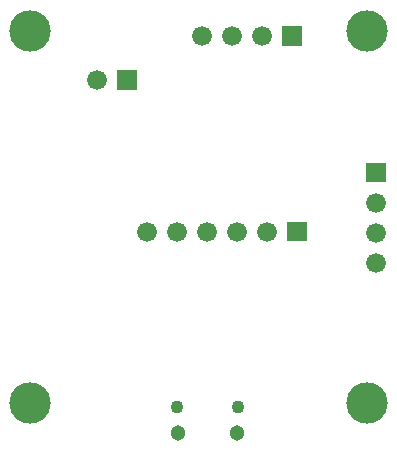
<source format=gbs>
G04 start of page 9 for group -4062 idx -4062 *
G04 Title: SAP, soldermask *
G04 Creator: pcb 4.0.2 *
G04 CreationDate: Sat Jan 19 10:52:36 2019 UTC *
G04 For: phil *
G04 Format: Gerber/RS-274X *
G04 PCB-Dimensions (mil): 1811.02 1574.80 *
G04 PCB-Coordinate-Origin: lower left *
%MOIN*%
%FSLAX25Y25*%
%LNGBS*%
%ADD65C,0.0513*%
%ADD64C,0.0434*%
%ADD63C,0.1378*%
%ADD62C,0.0660*%
%ADD61C,0.0001*%
G54D61*G36*
X59613Y133891D02*Y127291D01*
X66213D01*
Y133891D01*
X59613D01*
G37*
G54D62*X52913Y130591D03*
G54D61*G36*
X114456Y148654D02*Y142054D01*
X121056D01*
Y148654D01*
X114456D01*
G37*
G54D62*X107756Y145354D03*
X97756D03*
X87756D03*
G54D63*X30551Y146969D03*
G54D61*G36*
X116306Y83379D02*Y76779D01*
X122906D01*
Y83379D01*
X116306D01*
G37*
G54D62*X109606Y80079D03*
X99606D03*
X89606D03*
X79606D03*
X69606D03*
G54D63*X142756Y146969D03*
G54D61*G36*
X142409Y103024D02*Y96424D01*
X149009D01*
Y103024D01*
X142409D01*
G37*
G54D62*X145709Y89724D03*
Y79724D03*
Y69724D03*
G54D63*X142756Y22953D03*
X30551D03*
G54D64*X79646Y21732D03*
G54D65*X79843Y13071D03*
X99527D03*
G54D64*X99724Y21732D03*
M02*

</source>
